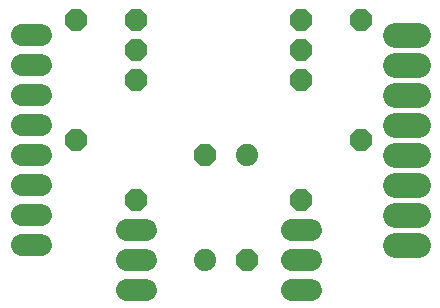
<source format=gbr>
G04 EAGLE Gerber X2 export*
G04 #@! %TF.Part,Single*
G04 #@! %TF.FileFunction,Soldermask,Bot,1*
G04 #@! %TF.FilePolarity,Negative*
G04 #@! %TF.GenerationSoftware,Autodesk,EAGLE,9.0.0*
G04 #@! %TF.CreationDate,2019-08-08T19:03:24Z*
G75*
%MOMM*%
%FSLAX34Y34*%
%LPD*%
%AMOC8*
5,1,8,0,0,1.08239X$1,22.5*%
G01*
%ADD10P,2.034460X8X112.500000*%
%ADD11P,2.034460X8X292.500000*%
%ADD12P,2.034460X8X202.500000*%
%ADD13C,1.879600*%
%ADD14P,2.034460X8X22.500000*%
%ADD15C,1.879600*%
%ADD16C,2.082800*%


D10*
X127000Y139700D03*
X127000Y241300D03*
X368300Y139700D03*
X368300Y241300D03*
X177800Y88900D03*
X177800Y190500D03*
X317500Y88900D03*
X317500Y190500D03*
D11*
X177800Y241300D03*
X177800Y215900D03*
X317500Y241300D03*
X317500Y215900D03*
D12*
X236220Y127000D03*
D13*
X271780Y127000D03*
D14*
X271780Y38100D03*
D13*
X236220Y38100D03*
D15*
X186182Y63500D02*
X169418Y63500D01*
X169418Y12700D02*
X186182Y12700D01*
X186182Y38100D02*
X169418Y38100D01*
X309118Y63500D02*
X325882Y63500D01*
X325882Y12700D02*
X309118Y12700D01*
X309118Y38100D02*
X325882Y38100D01*
X97282Y228600D02*
X80518Y228600D01*
X80518Y203200D02*
X97282Y203200D01*
X97282Y177800D02*
X80518Y177800D01*
X80518Y152400D02*
X97282Y152400D01*
X97282Y127000D02*
X80518Y127000D01*
X80518Y101600D02*
X97282Y101600D01*
X97282Y76200D02*
X80518Y76200D01*
X80518Y50800D02*
X97282Y50800D01*
D16*
X397002Y50800D02*
X415798Y50800D01*
X415798Y76200D02*
X397002Y76200D01*
X397002Y101600D02*
X415798Y101600D01*
X415798Y127000D02*
X397002Y127000D01*
X397002Y152400D02*
X415798Y152400D01*
X415798Y177800D02*
X397002Y177800D01*
X397002Y203200D02*
X415798Y203200D01*
X415798Y228600D02*
X397002Y228600D01*
M02*

</source>
